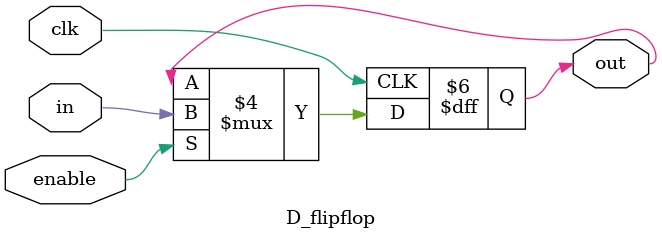
<source format=v>
module D_flipflop (enable,clk,in,out);
	input in,clk;
	input enable;
	output out;
	reg out;
	
	initial begin
		out<=1'b0;
	end

	
	always@(posedge clk) begin
		if (enable == 1) begin
			out<=in;
		end
	end
	
	
	endmodule
	
	
</source>
